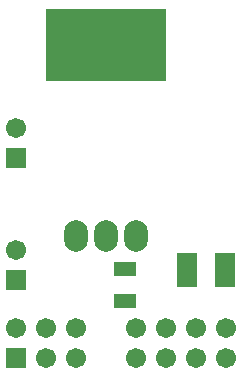
<source format=gts>
G04 Layer_Color=8388736*
%FSLAX23Y23*%
%MOIN*%
G70*
G01*
G75*
%ADD27R,0.402X0.244*%
%ADD28R,0.065X0.114*%
%ADD29R,0.075X0.051*%
%ADD30O,0.079X0.106*%
%ADD31R,0.067X0.067*%
%ADD32C,0.067*%
%ADD33R,0.067X0.067*%
%ADD34C,0.058*%
D27*
X365Y1107D02*
D03*
D28*
X636Y358D02*
D03*
X762D02*
D03*
D29*
X428Y255D02*
D03*
Y361D02*
D03*
D30*
X264Y470D02*
D03*
X364Y472D02*
D03*
X464Y470D02*
D03*
D31*
X64Y731D02*
D03*
Y325D02*
D03*
D32*
Y831D02*
D03*
Y425D02*
D03*
Y165D02*
D03*
X164Y65D02*
D03*
Y165D02*
D03*
X264Y65D02*
D03*
Y165D02*
D03*
X464Y65D02*
D03*
Y165D02*
D03*
X564Y65D02*
D03*
Y165D02*
D03*
X664Y65D02*
D03*
Y165D02*
D03*
X764Y65D02*
D03*
Y165D02*
D03*
D33*
X64Y65D02*
D03*
D34*
X264Y1061D02*
D03*
X362D02*
D03*
X461D02*
D03*
Y1159D02*
D03*
X362D02*
D03*
X264D02*
D03*
M02*

</source>
